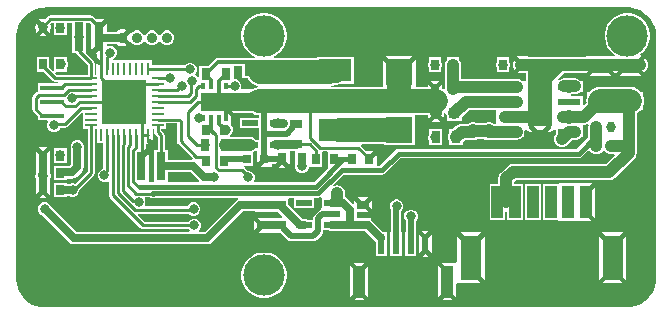
<source format=gtl>
G04*
G04 #@! TF.GenerationSoftware,Altium Limited,Altium Designer,21.4.1 (30)*
G04*
G04 Layer_Physical_Order=1*
G04 Layer_Color=255*
%FSLAX44Y44*%
%MOMM*%
G71*
G04*
G04 #@! TF.SameCoordinates,6553DB82-75CC-4EFF-9F5A-153A9019480B*
G04*
G04*
G04 #@! TF.FilePolarity,Positive*
G04*
G01*
G75*
%ADD10C,0.5000*%
%ADD16R,1.3208X0.5588*%
%ADD17R,2.0000X0.4000*%
%ADD18R,1.0800X0.2600*%
%ADD19R,0.2600X1.0800*%
%ADD20R,3.7000X3.7000*%
%ADD21R,0.7000X0.9000*%
%ADD22R,1.0000X0.8000*%
%ADD23R,1.0000X2.7000*%
%ADD24R,0.6000X1.7000*%
%ADD25R,0.8000X1.0000*%
%ADD26R,0.8000X0.8000*%
%ADD27R,0.3000X0.5250*%
%ADD28R,1.8200X1.3800*%
%ADD29R,1.0000X2.7000*%
%ADD30R,1.8000X3.8000*%
%ADD31R,0.6000X0.8500*%
%ADD32R,1.8200X1.1500*%
%ADD33R,2.1300X3.0000*%
%ADD34R,1.9700X0.6000*%
%ADD35R,2.7940X1.9050*%
%ADD36R,2.3000X2.2000*%
%ADD37R,0.8900X0.9300*%
%ADD64C,2.0000*%
%ADD65R,2.4500X1.6500*%
%ADD66C,0.7000*%
%ADD67C,1.0000*%
%ADD68C,0.4000*%
%ADD69C,0.3000*%
%ADD70C,0.2500*%
%ADD71C,0.8000*%
%ADD72C,1.5000*%
%ADD73C,3.5000*%
%ADD74C,0.9000*%
%ADD75C,0.4000*%
%ADD76C,0.7000*%
%ADD77C,0.8000*%
%ADD78C,1.2000*%
G36*
X1257669Y521415D02*
X1260829Y520569D01*
X1263851Y519317D01*
X1266684Y517681D01*
X1269279Y515690D01*
X1271592Y513377D01*
X1273584Y510782D01*
X1275219Y507948D01*
X1276471Y504926D01*
X1277318Y501766D01*
X1277745Y498523D01*
Y496948D01*
X1277742Y496877D01*
X1277727Y496811D01*
X1277726Y496693D01*
X1277689Y496581D01*
X1277670Y496420D01*
X1277684Y496236D01*
X1277653Y496054D01*
X1277655Y495958D01*
X1277655Y292231D01*
X1277654Y292211D01*
X1277646Y292114D01*
X1277654Y292041D01*
X1277637Y291969D01*
X1277554Y289528D01*
X1276495Y284855D01*
X1274567Y280472D01*
X1271840Y276534D01*
X1268415Y273188D01*
X1264416Y270553D01*
X1259989Y268727D01*
X1255295Y267777D01*
X1252901Y267756D01*
X1252828Y267741D01*
X1252755Y267751D01*
X1252692Y267746D01*
X761266Y267745D01*
X760990Y267690D01*
X760707Y267683D01*
X760594Y267658D01*
X758975D01*
X755731Y268085D01*
X752571Y268931D01*
X749549Y270183D01*
X746716Y271819D01*
X744121Y273810D01*
X741808Y276123D01*
X739816Y278718D01*
X738181Y281551D01*
X736929Y284574D01*
X736082Y287734D01*
X735655Y290977D01*
Y292556D01*
X735658Y292623D01*
X735671Y292686D01*
X735672Y292943D01*
X735723Y293196D01*
X735745Y496660D01*
X735749Y496784D01*
X735745Y496806D01*
X735750Y496829D01*
X735774Y498532D01*
X736215Y501706D01*
X737056Y504793D01*
X738284Y507747D01*
X739879Y510521D01*
X741816Y513068D01*
X744062Y515346D01*
X746580Y517320D01*
X749330Y518955D01*
X752266Y520226D01*
X755340Y521112D01*
X758503Y521598D01*
X760102Y521637D01*
X760391Y521702D01*
X760688Y521720D01*
X760819Y521755D01*
X1251857Y521755D01*
X1251957Y521752D01*
X1252131Y521782D01*
X1252308Y521768D01*
X1252471Y521786D01*
X1252589Y521824D01*
X1252714Y521825D01*
X1252795Y521842D01*
X1254426Y521842D01*
X1257669Y521415D01*
D02*
G37*
%LPC*%
G36*
X752225Y508712D02*
Y506987D01*
X751910Y505811D01*
Y504089D01*
X752225Y502913D01*
Y500289D01*
X756437Y504500D01*
X752225Y508712D01*
D02*
G37*
G36*
X864483Y502188D02*
X862017D01*
X859738Y501244D01*
X857994Y499500D01*
X857687Y498759D01*
X856313D01*
X856006Y499500D01*
X854262Y501244D01*
X851983Y502188D01*
X849517D01*
X847238Y501244D01*
X845494Y499500D01*
X845187Y498759D01*
X843813D01*
X843506Y499500D01*
X841762Y501244D01*
X839483Y502188D01*
X837017D01*
X834738Y501244D01*
X833199Y499705D01*
X832244Y499653D01*
X828578Y495988D01*
X832244Y492322D01*
X833199Y492270D01*
X834738Y490731D01*
X837017Y489787D01*
X839483D01*
X841762Y490731D01*
X843506Y492476D01*
X843813Y493216D01*
X845187D01*
X845494Y492476D01*
X847238Y490731D01*
X849517Y489787D01*
X851983D01*
X854262Y490731D01*
X856006Y492476D01*
X856313Y493216D01*
X857687D01*
X857994Y492476D01*
X859738Y490731D01*
X862017Y489787D01*
X864483D01*
X866762Y490731D01*
X868506Y492476D01*
X869450Y494754D01*
Y497221D01*
X868506Y499500D01*
X866762Y501244D01*
X864483Y502188D01*
D02*
G37*
G36*
X758265Y500672D02*
X755053Y497460D01*
X761477D01*
X758265Y500672D01*
D02*
G37*
G36*
X1255181Y516888D02*
X1251399D01*
X1247690Y516150D01*
X1244195Y514702D01*
X1241051Y512601D01*
X1238376Y509927D01*
X1236275Y506782D01*
X1234828Y503288D01*
X1234090Y499579D01*
Y495797D01*
X1234828Y492087D01*
X1236275Y488593D01*
X1238376Y485448D01*
X1241051Y482774D01*
X1243107Y481400D01*
X1243131Y481380D01*
X1242590Y480176D01*
X1241930Y480274D01*
Y480610D01*
X1218650D01*
Y479928D01*
X1180372D01*
X1179090Y480096D01*
X1177809Y479928D01*
X1169310D01*
Y480210D01*
X1160059D01*
X1164684Y475584D01*
X1162270Y473170D01*
X1164684Y470756D01*
X1160059Y466130D01*
X1167299D01*
Y459700D01*
X1166170Y459360D01*
Y459360D01*
X1164339D01*
X1164278Y459439D01*
X1162879Y460512D01*
X1161249Y461188D01*
X1159500Y461418D01*
X1112238D01*
Y473170D01*
X1112008Y474919D01*
X1111332Y476549D01*
X1110680Y477399D01*
Y479370D01*
X1108020D01*
X1107229Y479697D01*
X1105480Y479928D01*
X1103731Y479697D01*
X1102940Y479370D01*
X1100280D01*
Y477399D01*
X1099628Y476549D01*
X1098952Y474919D01*
X1098722Y473170D01*
Y452930D01*
X1097573Y452210D01*
X1097300Y452420D01*
X1096520Y452743D01*
Y456715D01*
X1091894Y452089D01*
X1090480Y453503D01*
X1089066Y452089D01*
X1084440Y456715D01*
Y454001D01*
X1074150D01*
Y477382D01*
X1062024Y465256D01*
X1060110Y467170D01*
X1058196Y465256D01*
X1046070Y477382D01*
Y453971D01*
X1002768D01*
X1002685Y455241D01*
X1003902Y455401D01*
X1005810Y456191D01*
X1006793D01*
X1009847Y456594D01*
X1011413Y457243D01*
X1021680D01*
Y479692D01*
X1007559D01*
X1006793Y479794D01*
X1002040D01*
X1001273Y479692D01*
X990340D01*
Y478601D01*
X975660D01*
Y478795D01*
X954060D01*
X954060Y478795D01*
X954060Y478795D01*
X953824Y478896D01*
X953832Y480274D01*
X954795Y480673D01*
X957939Y482774D01*
X960614Y485448D01*
X962715Y488593D01*
X964162Y492087D01*
X964900Y495797D01*
Y499579D01*
X964162Y503288D01*
X962715Y506782D01*
X960614Y509927D01*
X957939Y512601D01*
X954795Y514702D01*
X951301Y516150D01*
X947591Y516888D01*
X943809D01*
X940100Y516150D01*
X936605Y514702D01*
X933461Y512601D01*
X930786Y509927D01*
X928685Y506782D01*
X927238Y503288D01*
X926500Y499579D01*
Y495797D01*
X927238Y492087D01*
X928685Y488593D01*
X930786Y485448D01*
X933461Y482774D01*
X936605Y480673D01*
X938073Y480065D01*
X937820Y478795D01*
X927390D01*
Y478763D01*
X906400D01*
X905151Y478514D01*
X904093Y477807D01*
X898486Y472200D01*
X890700D01*
Y463351D01*
X890376Y463173D01*
X889430Y462962D01*
X888027Y464365D01*
X887774Y464470D01*
X887526Y465715D01*
X887782Y465971D01*
X888650Y468066D01*
Y470334D01*
X887782Y472429D01*
X886179Y474032D01*
X884084Y474900D01*
X881816D01*
X879721Y474032D01*
X878649Y472960D01*
X850400D01*
Y477052D01*
X818225D01*
X817973Y478322D01*
X818829Y478677D01*
X820432Y480280D01*
X821300Y482375D01*
Y484643D01*
X820432Y486738D01*
X818829Y488341D01*
X816733Y489209D01*
X814466D01*
X813895Y488973D01*
X812837Y489731D01*
X812960Y490686D01*
X821096D01*
X821427Y490354D01*
X823033Y489427D01*
X824823Y488947D01*
X826677D01*
X828467Y489427D01*
X829110Y489799D01*
X824336Y494573D01*
X825750Y495988D01*
X824336Y497402D01*
X829110Y502177D01*
X828467Y502548D01*
X826677Y503027D01*
X824823D01*
X823033Y502548D01*
X821427Y501621D01*
X821096Y501289D01*
X812605D01*
Y508712D01*
X807479Y503586D01*
X804651Y506414D01*
X809777Y511540D01*
X803779D01*
X801242Y514077D01*
X800266Y514729D01*
X799115Y514958D01*
X764715D01*
X764715Y514958D01*
X763564Y514729D01*
X762588Y514077D01*
X762588Y514077D01*
X760051Y511540D01*
X755053D01*
X759679Y506914D01*
X757265Y504500D01*
X758265Y503500D01*
X759679Y504914D01*
X764305Y500288D01*
Y502011D01*
X764544Y502426D01*
X764990Y504089D01*
Y505811D01*
X764544Y507474D01*
X764526Y507507D01*
X765961Y508942D01*
X768065D01*
Y507239D01*
X767400Y505634D01*
Y503366D01*
X768065Y501761D01*
Y498300D01*
X778465D01*
Y502557D01*
X778800Y503366D01*
Y505634D01*
X778465Y506442D01*
Y508942D01*
X783365D01*
Y498226D01*
X783348Y498184D01*
Y496800D01*
X783330D01*
Y483400D01*
X786331D01*
X786903Y482543D01*
X796242Y473204D01*
Y464810D01*
X770208D01*
X768989Y466030D01*
X769515Y467300D01*
X778465D01*
Y470004D01*
X778632Y470171D01*
X779500Y472266D01*
Y474534D01*
X778632Y476629D01*
X778465Y476796D01*
Y479700D01*
X768065D01*
Y468750D01*
X766795Y468224D01*
X763465Y471554D01*
Y479700D01*
X753065D01*
Y467300D01*
X759211D01*
X766836Y459676D01*
X766836Y459676D01*
X767812Y459024D01*
X768963Y458795D01*
X771378D01*
X772057Y457525D01*
X772042Y457503D01*
X754200D01*
Y450488D01*
X753649Y450379D01*
X752673Y449727D01*
X752673Y449727D01*
X750373Y447427D01*
X749721Y446451D01*
X749492Y445300D01*
Y435600D01*
X749721Y434449D01*
X750373Y433473D01*
X754200Y429646D01*
Y426102D01*
X761930D01*
X762611Y424832D01*
X761950Y423236D01*
Y420969D01*
X762818Y418874D01*
X764421Y417270D01*
X766516Y416403D01*
X768784D01*
X770879Y417270D01*
X772482Y418874D01*
X772904Y419892D01*
X776868D01*
X778019Y420121D01*
X778995Y420773D01*
X790880Y432658D01*
X792150Y432132D01*
Y418802D01*
X796242D01*
Y382796D01*
X785845Y372398D01*
X784634Y372900D01*
X782366D01*
X781405Y372502D01*
X778465D01*
Y373400D01*
X768065D01*
Y367712D01*
X767963Y367200D01*
X768065Y366688D01*
Y361000D01*
X778465D01*
Y361898D01*
X781405D01*
X782366Y361500D01*
X784634D01*
X786729Y362368D01*
X788332Y363971D01*
X789200Y366066D01*
Y367246D01*
X801377Y379423D01*
X802029Y380399D01*
X802258Y381550D01*
Y418802D01*
X804400D01*
Y406553D01*
X809392D01*
Y385200D01*
X809316D01*
X807221Y384332D01*
X805618Y382729D01*
X804750Y380634D01*
Y378366D01*
X805618Y376271D01*
X807221Y374668D01*
X809316Y373800D01*
X811584D01*
X813122Y374437D01*
X814392Y373722D01*
Y362900D01*
X814621Y361749D01*
X815273Y360773D01*
X840973Y335073D01*
X841949Y334421D01*
X843100Y334192D01*
X881676D01*
X881768Y333971D01*
X882767Y332972D01*
X882241Y331702D01*
X786596D01*
X765080Y353218D01*
X764682Y354179D01*
X763079Y355782D01*
X760984Y356650D01*
X758716D01*
X756621Y355782D01*
X755018Y354179D01*
X754150Y352084D01*
Y349816D01*
X755018Y347721D01*
X756621Y346118D01*
X757582Y345720D01*
X780651Y322651D01*
X782371Y321502D01*
X784400Y321098D01*
X897500D01*
X899529Y321502D01*
X901249Y322651D01*
X927596Y348998D01*
X938200D01*
Y348600D01*
X951600D01*
Y348600D01*
X952600Y348400D01*
X952600Y348400D01*
X952787Y348400D01*
X957502D01*
X961089Y344813D01*
X960603Y343640D01*
X952440D01*
Y343840D01*
X940189D01*
X945314Y338714D01*
X943900Y337300D01*
X945314Y335886D01*
X940189Y330760D01*
X951760D01*
Y330560D01*
X959784D01*
X965472Y324872D01*
X966861Y323944D01*
X968500Y323618D01*
X987400D01*
X989039Y323944D01*
X990428Y324872D01*
X994728Y329172D01*
X995656Y330561D01*
X995982Y332200D01*
Y333008D01*
X1000450D01*
X1001055Y332604D01*
X1003084Y332200D01*
X1022800D01*
Y332100D01*
X1029488D01*
X1030000Y331998D01*
X1031504D01*
X1040150Y323352D01*
Y311450D01*
X1049550D01*
Y326138D01*
X1049652Y326650D01*
X1049550Y327162D01*
Y331850D01*
X1046648D01*
X1037449Y341049D01*
X1036200Y341884D01*
Y343500D01*
X1024002D01*
Y348260D01*
X1034212D01*
X1029086Y353386D01*
X1030500Y354800D01*
X1029500Y355800D01*
X1027086Y353386D01*
X1021960Y358512D01*
Y355997D01*
X1020787Y355511D01*
X1016251Y360047D01*
X1014531Y361196D01*
X1014058Y361290D01*
Y364300D01*
X1013828Y366049D01*
X1013152Y367679D01*
X1012078Y369078D01*
X1010679Y370152D01*
X1009049Y370827D01*
X1007300Y371058D01*
X1005551Y370827D01*
X1005156Y370664D01*
X1004437Y371741D01*
X1012924Y380228D01*
X1045500D01*
X1045500Y380228D01*
X1046944Y380515D01*
X1048168Y381332D01*
X1061063Y394227D01*
X1211900D01*
X1211900Y394227D01*
X1213344Y394515D01*
X1214567Y395332D01*
X1220080Y400845D01*
X1221597Y400566D01*
X1222321Y399622D01*
X1222400Y399561D01*
Y398450D01*
X1223957D01*
X1225351Y397873D01*
X1227100Y397642D01*
X1228849Y397873D01*
X1230243Y398450D01*
X1231800D01*
Y399561D01*
X1231879Y399622D01*
X1232553Y400500D01*
X1232687Y400562D01*
X1233957Y400562D01*
X1234091Y400500D01*
X1234765Y399622D01*
X1234844Y399561D01*
Y398450D01*
X1236401D01*
X1237795Y397873D01*
X1239544Y397642D01*
X1242326D01*
X1242812Y396469D01*
X1235301Y388958D01*
X1156015D01*
X1154266Y388727D01*
X1152636Y388052D01*
X1151236Y386978D01*
X1146021Y381763D01*
X1144948Y380364D01*
X1144273Y378734D01*
X1144042Y376985D01*
Y371985D01*
X1136600D01*
Y341585D01*
X1150000D01*
Y348666D01*
X1150800Y349150D01*
X1151600Y348666D01*
Y341585D01*
X1165000D01*
Y371985D01*
X1157558D01*
Y374186D01*
X1158814Y375442D01*
X1238100D01*
X1239849Y375672D01*
X1241479Y376348D01*
X1242878Y377421D01*
X1259178Y393722D01*
X1260252Y395121D01*
X1260928Y396751D01*
X1261158Y398500D01*
Y405600D01*
Y432251D01*
X1261517Y432400D01*
X1263961Y434275D01*
X1264647Y435170D01*
X1266490D01*
Y438298D01*
X1267015Y439566D01*
X1267417Y442620D01*
X1267015Y445674D01*
X1266490Y446942D01*
Y450070D01*
X1264647D01*
X1263961Y450965D01*
X1261517Y452840D01*
X1258671Y454019D01*
X1255616Y454421D01*
X1230290D01*
X1227236Y454019D01*
X1224389Y452840D01*
X1221945Y450965D01*
X1221259Y450070D01*
X1219490D01*
Y447120D01*
X1218891Y445674D01*
X1218489Y442620D01*
X1218750Y440637D01*
X1216843Y438730D01*
X1215670Y439216D01*
Y446660D01*
X1205879D01*
X1205441Y447930D01*
X1205584Y448042D01*
X1208800D01*
X1210549Y448273D01*
X1212179Y448948D01*
X1213498Y449960D01*
X1215670D01*
Y459360D01*
X1213746D01*
X1213578Y459579D01*
X1212179Y460652D01*
X1210549Y461328D01*
X1208800Y461558D01*
X1199400D01*
X1197651Y461328D01*
X1196021Y460652D01*
X1195157Y459989D01*
X1194749Y460066D01*
X1194325Y461438D01*
X1199299Y466412D01*
X1218204D01*
X1225526Y473734D01*
X1228354Y470906D01*
X1221479Y464030D01*
X1239102D01*
X1232226Y470906D01*
X1235054Y473734D01*
X1242447Y466341D01*
X1243533D01*
X1250926Y473734D01*
X1253754Y470906D01*
X1246879Y464030D01*
X1264502D01*
X1257626Y470906D01*
X1259040Y472320D01*
X1257626Y473734D01*
X1264559Y480668D01*
X1264191Y481880D01*
X1265529Y482774D01*
X1268204Y485448D01*
X1270305Y488593D01*
X1271752Y492087D01*
X1272490Y495797D01*
Y499579D01*
X1271752Y503288D01*
X1270305Y506782D01*
X1268204Y509927D01*
X1265529Y512601D01*
X1262385Y514702D01*
X1258890Y516150D01*
X1255181Y516888D01*
D02*
G37*
G36*
X1071321Y480210D02*
X1048898D01*
X1060110Y468998D01*
X1071321Y480210D01*
D02*
G37*
G36*
X1157230Y477382D02*
Y476096D01*
X1156742Y474919D01*
X1156512Y473170D01*
X1156742Y471421D01*
X1157230Y470244D01*
Y468958D01*
X1161442Y473170D01*
X1157230Y477382D01*
D02*
G37*
G36*
X1095680Y479370D02*
X1085280D01*
Y475834D01*
X1084700Y474434D01*
Y472166D01*
X1085280Y470766D01*
Y466970D01*
X1095680D01*
Y471152D01*
X1096100Y472166D01*
Y474434D01*
X1095680Y475448D01*
Y479370D01*
D02*
G37*
G36*
X1153470Y479370D02*
X1143070D01*
Y475851D01*
X1142400Y474234D01*
Y471966D01*
X1143070Y470349D01*
Y466970D01*
X1153470D01*
Y471170D01*
X1153800Y471966D01*
Y474234D01*
X1153470Y475031D01*
Y479370D01*
D02*
G37*
G36*
X1268192Y478643D02*
X1261869Y472320D01*
X1267330Y466859D01*
Y467107D01*
X1267598Y467218D01*
X1268997Y468292D01*
X1269076Y468370D01*
X1269100Y468389D01*
X1270174Y469788D01*
X1270849Y471418D01*
X1271079Y473167D01*
X1270849Y474916D01*
X1270174Y476546D01*
X1269100Y477946D01*
X1269097Y477948D01*
X1268192Y478643D01*
D02*
G37*
G36*
X1093692Y459543D02*
X1087269D01*
X1090480Y456332D01*
X1093692Y459543D01*
D02*
G37*
G36*
X761477Y403140D02*
X755053D01*
X758265Y399928D01*
X761477Y403140D01*
D02*
G37*
G36*
X764305Y400312D02*
X759679Y395686D01*
X758265Y397100D01*
X756851Y395686D01*
X752225Y400312D01*
Y389060D01*
X752225D01*
Y388690D01*
X752225D01*
Y380987D01*
X751910Y379811D01*
Y378089D01*
X752225Y376913D01*
Y374610D01*
X752225D01*
Y374240D01*
X752225D01*
Y362989D01*
X756851Y367614D01*
X758265Y366200D01*
X759679Y367614D01*
X764305Y362989D01*
Y374240D01*
X764305D01*
Y374610D01*
X764305D01*
Y376011D01*
X764544Y376426D01*
X764990Y378089D01*
Y379811D01*
X764544Y381474D01*
X764305Y381889D01*
Y388690D01*
X764305D01*
Y389060D01*
X764305D01*
Y400312D01*
D02*
G37*
G36*
X774399Y402465D02*
X772131D01*
X771733Y402300D01*
X768065D01*
Y399106D01*
X767565Y397899D01*
Y395631D01*
X768065Y394424D01*
Y389900D01*
X778465D01*
Y394424D01*
X778965Y395631D01*
Y397899D01*
X778465Y399106D01*
Y402300D01*
X774797D01*
X774399Y402465D01*
D02*
G37*
G36*
X788634Y409200D02*
X786366D01*
X784271Y408332D01*
X782668Y406729D01*
X781800Y404634D01*
Y402366D01*
X782198Y401405D01*
Y388667D01*
X780933Y387402D01*
X778465D01*
Y387850D01*
X768065D01*
Y382612D01*
X767963Y382100D01*
Y381650D01*
X768065Y381138D01*
Y375450D01*
X778465D01*
Y376798D01*
X783129D01*
X785158Y377202D01*
X786878Y378351D01*
X791249Y382722D01*
X792398Y384442D01*
X792802Y386471D01*
Y401405D01*
X793200Y402366D01*
Y404634D01*
X792332Y406729D01*
X790729Y408332D01*
X788634Y409200D01*
D02*
G37*
G36*
X758265Y363372D02*
X755053Y360160D01*
X761477D01*
X758265Y363372D01*
D02*
G37*
G36*
X1034212Y361340D02*
X1024789D01*
X1029500Y356628D01*
X1034212Y361340D01*
D02*
G37*
G36*
X1037040Y358512D02*
X1033328Y354800D01*
X1037040Y351088D01*
Y358512D01*
D02*
G37*
G36*
X1195760Y372825D02*
X1194838Y371985D01*
X1194490Y371985D01*
X1181600D01*
Y341585D01*
X1194838Y341585D01*
X1195760Y340745D01*
X1195922Y340745D01*
X1223012D01*
X1216886Y346871D01*
X1219714Y349699D01*
X1225840Y343573D01*
Y369997D01*
X1219714Y363871D01*
X1216886Y366699D01*
X1223011Y372825D01*
X1195760Y372825D01*
D02*
G37*
G36*
X1180000Y371985D02*
X1166600D01*
Y341585D01*
X1180000D01*
Y371985D01*
D02*
G37*
G36*
X937360Y341012D02*
Y333588D01*
X941072Y337300D01*
X937360Y341012D01*
D02*
G37*
G36*
X1085061Y332690D02*
X1079638D01*
X1082350Y329978D01*
X1085061Y332690D01*
D02*
G37*
G36*
X1249511Y331325D02*
X1232088D01*
X1240800Y322613D01*
X1249511Y331325D01*
D02*
G37*
G36*
X1129511D02*
X1112088D01*
X1120800Y322613D01*
X1129511Y331325D01*
D02*
G37*
G36*
X1076810Y329861D02*
Y313438D01*
X1080936Y317564D01*
X1082350Y316150D01*
X1083764Y317564D01*
X1087890Y313438D01*
Y329861D01*
X1083764Y325736D01*
X1082350Y327150D01*
X1080936Y325736D01*
X1076810Y329861D01*
D02*
G37*
G36*
X1071234Y350600D02*
X1068966D01*
X1066871Y349732D01*
X1065268Y348129D01*
X1064400Y346034D01*
Y343766D01*
X1065268Y341671D01*
X1065568Y341371D01*
Y331850D01*
X1065150D01*
Y311450D01*
X1074550D01*
Y331850D01*
X1074132D01*
Y340871D01*
X1074932Y341671D01*
X1075800Y343766D01*
Y346034D01*
X1074932Y348129D01*
X1073329Y349732D01*
X1071234Y350600D01*
D02*
G37*
G36*
X1058934Y359100D02*
X1056666D01*
X1054571Y358232D01*
X1052968Y356629D01*
X1052100Y354534D01*
Y352266D01*
X1052968Y350171D01*
X1053068Y350071D01*
Y331850D01*
X1052650D01*
Y311450D01*
X1062050D01*
Y331850D01*
X1061632D01*
Y349171D01*
X1062632Y350171D01*
X1063500Y352266D01*
Y354534D01*
X1062632Y356629D01*
X1061029Y358232D01*
X1058934Y359100D01*
D02*
G37*
G36*
X1082350Y313321D02*
X1079638Y310610D01*
X1085061D01*
X1082350Y313321D01*
D02*
G37*
G36*
X1031061Y305690D02*
X1021638D01*
X1026350Y300978D01*
X1031061Y305690D01*
D02*
G37*
G36*
X1109260Y328497D02*
Y306600D01*
X1108390Y305690D01*
X1107990Y305690D01*
X1096138D01*
X1102264Y299564D01*
X1099436Y296736D01*
X1093310Y302862D01*
Y276439D01*
X1099436Y282564D01*
X1100850Y281150D01*
X1102264Y282564D01*
X1108390Y276439D01*
Y287335D01*
X1109260Y288245D01*
X1109660Y288245D01*
X1129512D01*
X1119386Y298371D01*
X1122214Y301199D01*
X1132340Y291073D01*
Y328497D01*
X1122214Y318371D01*
X1120800Y319785D01*
X1119386Y318371D01*
X1109260Y328497D01*
D02*
G37*
G36*
X1229260D02*
Y291073D01*
X1239386Y301199D01*
X1240800Y299785D01*
X1242214Y301199D01*
X1252340Y291073D01*
Y328497D01*
X1242214Y318371D01*
X1240800Y319785D01*
X1239386Y318371D01*
X1229260Y328497D01*
D02*
G37*
G36*
X1240800Y296957D02*
X1232088Y288245D01*
X1249512D01*
X1240800Y296957D01*
D02*
G37*
G36*
X1018810Y302862D02*
Y276438D01*
X1024936Y282564D01*
X1026350Y281150D01*
X1027764Y282564D01*
X1033890Y276439D01*
Y302861D01*
X1027764Y296736D01*
X1026350Y298150D01*
X1024936Y296736D01*
X1018810Y302862D01*
D02*
G37*
G36*
X947591Y314150D02*
X943809D01*
X940100Y313412D01*
X936605Y311965D01*
X933461Y309864D01*
X930786Y307189D01*
X928685Y304045D01*
X927238Y300550D01*
X926500Y296841D01*
Y293059D01*
X927238Y289350D01*
X928685Y285855D01*
X930786Y282711D01*
X933461Y280036D01*
X936605Y277935D01*
X940100Y276488D01*
X943809Y275750D01*
X947591D01*
X951301Y276488D01*
X954795Y277935D01*
X957939Y280036D01*
X960614Y282711D01*
X962715Y285855D01*
X964162Y289350D01*
X964900Y293059D01*
Y296841D01*
X964162Y300550D01*
X962715Y304045D01*
X960614Y307189D01*
X957939Y309864D01*
X954795Y311965D01*
X951301Y313412D01*
X947591Y314150D01*
D02*
G37*
G36*
X1100850Y278322D02*
X1096138Y273610D01*
X1105562D01*
X1100850Y278322D01*
D02*
G37*
G36*
X1026350Y278321D02*
X1021638Y273610D01*
X1031061D01*
X1026350Y278321D01*
D02*
G37*
%LPD*%
G36*
X799525Y507286D02*
Y497640D01*
X799490D01*
Y485388D01*
X804616Y490514D01*
X807444Y487686D01*
X802319Y482560D01*
X804392D01*
Y479889D01*
X808814Y475467D01*
X805986Y472638D01*
X803560Y475064D01*
Y464803D01*
X802258D01*
Y474450D01*
X802029Y475601D01*
X801377Y476577D01*
X795470Y482484D01*
X794730Y483400D01*
X794730D01*
X794730Y483400D01*
Y495874D01*
X794748Y495916D01*
Y497300D01*
X794765D01*
Y508942D01*
X797869D01*
X799525Y507286D01*
D02*
G37*
G36*
X927390Y461595D02*
X931992D01*
X932280Y460900D01*
X934156Y458456D01*
X936600Y456580D01*
X939446Y455401D01*
X940807Y455222D01*
Y453941D01*
X937981Y453569D01*
X935135Y452390D01*
X934959Y452255D01*
X927066D01*
X926148Y453359D01*
X926400Y453966D01*
Y456234D01*
X925532Y458329D01*
X923929Y459932D01*
X921834Y460800D01*
X919940D01*
Y472237D01*
X927390D01*
Y461595D01*
D02*
G37*
G36*
X1142230Y434800D02*
Y423720D01*
X1141127Y423318D01*
X1140011D01*
X1138872Y423975D01*
X1136914Y424500D01*
X1134886D01*
X1132928Y423975D01*
X1132205Y423558D01*
X1126668D01*
X1125772Y424075D01*
X1123814Y424600D01*
X1121786D01*
X1119828Y424075D01*
X1118516Y423318D01*
X1112870D01*
X1111121Y423088D01*
X1109491Y422412D01*
X1108092Y421339D01*
X1105123Y418370D01*
X1102280D01*
Y415247D01*
X1102128Y415049D01*
X1101452Y413419D01*
X1101222Y411670D01*
X1101452Y409921D01*
X1102128Y408291D01*
X1102280Y408092D01*
Y404970D01*
X1107541D01*
X1107980Y404912D01*
X1108419Y404970D01*
X1113680D01*
Y407813D01*
X1115669Y409802D01*
X1119694D01*
X1119828Y409725D01*
X1121786Y409200D01*
X1123814D01*
X1125772Y409725D01*
X1126322Y410042D01*
X1132205D01*
X1132928Y409625D01*
X1134886Y409100D01*
X1136914D01*
X1138872Y409625D01*
X1139179Y409802D01*
X1159400D01*
X1161149Y410033D01*
X1162779Y410708D01*
X1164178Y411782D01*
X1164239Y411860D01*
X1166170D01*
Y416804D01*
X1166180Y418070D01*
X1168008D01*
X1168021Y418038D01*
X1169298Y416761D01*
X1170967Y416070D01*
X1172773D01*
X1173345Y416307D01*
X1170456Y419196D01*
X1173284Y422024D01*
X1177238Y418070D01*
X1181501D01*
X1185456Y422024D01*
X1188284Y419196D01*
X1185395Y416307D01*
X1185967Y416070D01*
X1187773D01*
X1189442Y416761D01*
X1190719Y418038D01*
X1190732Y418070D01*
X1192560D01*
X1192570Y416804D01*
Y414403D01*
X1192038Y413709D01*
X1191363Y412079D01*
X1191132Y410330D01*
X1191363Y408581D01*
X1192038Y406951D01*
X1193112Y405552D01*
X1194511Y404478D01*
X1196141Y403802D01*
X1197890Y403572D01*
X1199639Y403802D01*
X1201269Y404478D01*
X1202669Y405552D01*
X1206559Y409442D01*
X1208900D01*
X1210649Y409673D01*
X1212279Y410348D01*
X1213679Y411422D01*
X1214015Y411860D01*
X1215670D01*
Y421260D01*
X1215670D01*
X1215737Y422502D01*
X1216930D01*
X1218679Y422733D01*
X1219447Y423051D01*
X1219878Y422820D01*
X1220530Y422124D01*
X1220342Y420700D01*
Y411777D01*
X1210337Y401772D01*
X1059500D01*
X1059500Y401772D01*
X1058056Y401485D01*
X1056832Y400668D01*
X1056832Y400667D01*
X1043937Y387772D01*
X1040940D01*
Y397312D01*
X1036314Y392686D01*
X1033486Y395514D01*
X1038111Y400140D01*
X1032114D01*
X1027755Y404499D01*
X1028281Y405769D01*
X1046910D01*
Y404970D01*
X1057930D01*
X1057937Y404969D01*
Y404970D01*
X1073310D01*
Y430370D01*
X1074568Y430399D01*
X1084440D01*
Y427625D01*
X1090016Y433201D01*
X1091430Y431787D01*
X1092844Y433201D01*
X1098420Y427625D01*
Y432032D01*
X1098828Y432268D01*
X1099177Y432189D01*
X1100129Y431553D01*
X1100303Y430238D01*
X1100680Y429326D01*
Y425637D01*
X1104652D01*
X1105081Y425459D01*
X1106830Y425229D01*
X1108579Y425459D01*
X1109008Y425637D01*
X1112980D01*
Y428580D01*
X1119667Y435267D01*
X1141153D01*
X1142230Y434800D01*
D02*
G37*
G36*
X920189Y432442D02*
X934494D01*
X935135Y431950D01*
X937981Y430771D01*
X941035Y430369D01*
X941424D01*
Y428192D01*
X925712D01*
Y419204D01*
X941424D01*
Y409396D01*
X938625D01*
X938178Y409978D01*
X936779Y411052D01*
X935149Y411727D01*
X933400Y411958D01*
X918079D01*
X916868Y412100D01*
Y413707D01*
X918232Y415071D01*
X919100Y417166D01*
Y419434D01*
X918232Y421529D01*
X917952Y421809D01*
X917790Y423013D01*
X917790D01*
Y429184D01*
X906586Y440388D01*
X909414Y443217D01*
X920189Y432442D01*
D02*
G37*
G36*
X852542Y416350D02*
X852771Y415199D01*
X853423Y414223D01*
X855542Y412104D01*
Y400800D01*
X852850D01*
Y388570D01*
X852850Y387400D01*
X852850D01*
Y387300D01*
X852850D01*
Y373900D01*
X851633Y373773D01*
X848090D01*
Y386560D01*
Y398811D01*
X842964Y393686D01*
X840136Y396514D01*
X845408Y401786D01*
Y405713D01*
X848411D01*
X845986Y408138D01*
X848814Y410967D01*
X851240Y408541D01*
Y418802D01*
X852542D01*
Y416350D01*
D02*
G37*
G36*
X871992Y408222D02*
X872221Y407071D01*
X872873Y406095D01*
X885143Y393825D01*
X884617Y392555D01*
X864250D01*
Y400800D01*
X861558D01*
Y413350D01*
X861558Y413350D01*
X861329Y414501D01*
X860677Y415477D01*
X858621Y417533D01*
X858711Y418802D01*
X862650D01*
Y423795D01*
X871992D01*
Y408222D01*
D02*
G37*
G36*
X939460Y399890D02*
Y389638D01*
X944586Y394764D01*
X947414Y391936D01*
X942289Y386810D01*
X952540D01*
Y389068D01*
X954260D01*
Y388388D01*
X959386Y393514D01*
X960800Y392100D01*
X962214Y393514D01*
X967340Y388388D01*
Y399988D01*
X970908D01*
X972100Y399800D01*
X972100Y398718D01*
Y388473D01*
X972002Y388237D01*
Y385969D01*
X972870Y383874D01*
X974473Y382271D01*
X976568Y381403D01*
X978836D01*
X980931Y382271D01*
X982534Y383874D01*
X983402Y385969D01*
Y386400D01*
X983500D01*
Y386731D01*
X984700Y386900D01*
X984770Y386900D01*
X995100D01*
Y399300D01*
X996042Y400092D01*
X998758D01*
X999700Y399300D01*
Y386900D01*
X999700D01*
X1000041Y386076D01*
X987737Y373773D01*
X937720D01*
X937039Y375042D01*
X937700Y376639D01*
Y378906D01*
X936832Y381001D01*
X935229Y382605D01*
X933134Y383473D01*
X931467D01*
X929112Y385827D01*
X929041Y387402D01*
X929241Y387650D01*
X936700D01*
Y399050D01*
X937575Y399958D01*
X938161Y400408D01*
X938405D01*
X939460Y399890D01*
D02*
G37*
G36*
X890573Y375042D02*
X890047Y373773D01*
X865467D01*
X864250Y373900D01*
Y381951D01*
X883665D01*
X890573Y375042D01*
D02*
G37*
G36*
X994780Y360407D02*
Y352234D01*
X993940D01*
Y350656D01*
X993467Y350562D01*
X992078Y349634D01*
X988672Y346228D01*
X987744Y344839D01*
X987418Y343200D01*
Y341996D01*
X982350D01*
X981745Y342400D01*
X979716Y342804D01*
X978094D01*
X966000Y354898D01*
Y359800D01*
X966969Y360527D01*
X971412D01*
Y351804D01*
X988020D01*
Y360527D01*
X991661D01*
X991661Y360527D01*
X993105Y360815D01*
X993678Y361198D01*
X994780Y360407D01*
D02*
G37*
G36*
X850056Y360615D02*
X851500Y360327D01*
X852506Y360527D01*
X923544D01*
X923669Y359258D01*
X923371Y359198D01*
X921651Y358049D01*
X895304Y331702D01*
X890959D01*
X890433Y332972D01*
X891432Y333971D01*
X892300Y336066D01*
Y338334D01*
X891432Y340429D01*
X889829Y342032D01*
X887734Y342900D01*
X885466D01*
X883371Y342032D01*
X881768Y340429D01*
X881676Y340208D01*
X844346D01*
X838535Y346019D01*
X839021Y347192D01*
X881747D01*
X882821Y346118D01*
X884916Y345250D01*
X887184D01*
X889279Y346118D01*
X890882Y347721D01*
X891750Y349816D01*
Y352084D01*
X890882Y354179D01*
X889279Y355782D01*
X887184Y356650D01*
X884916D01*
X882821Y355782D01*
X881218Y354179D01*
X880816Y353208D01*
X845278D01*
X844563Y354478D01*
X845200Y356016D01*
Y358284D01*
X844563Y359822D01*
X845278Y361092D01*
X849342D01*
X850056Y360615D01*
D02*
G37*
%LPC*%
G36*
X1091430Y428958D02*
X1087268Y424797D01*
X1095592D01*
X1091430Y428958D01*
D02*
G37*
G36*
X1096680Y418370D02*
X1085280D01*
Y413993D01*
X1084800Y412834D01*
Y410566D01*
X1085280Y409408D01*
Y404970D01*
X1096680D01*
Y418370D01*
D02*
G37*
G36*
X960800Y389272D02*
X957088Y385560D01*
X964512D01*
X960800Y389272D01*
D02*
G37*
%LPD*%
D10*
X959100Y337300D02*
X960100D01*
X961800Y335600D01*
Y334600D02*
Y335600D01*
Y334600D02*
X968500Y327900D01*
X987400D01*
X991700Y332200D01*
Y343200D01*
X995106Y346606D01*
X1002790D01*
X1003084Y346900D01*
X1057350Y352950D02*
X1057800Y353400D01*
X1057350Y321650D02*
Y352950D01*
X1069850Y344650D02*
X1070100Y344900D01*
X1069850Y321650D02*
Y344650D01*
X1173400Y363100D02*
X1173500Y363200D01*
X911667Y418300D02*
X913400D01*
X945706Y414594D02*
Y435299D01*
X944790Y436215D02*
Y438415D01*
X941035Y442170D02*
X944790Y438415D01*
Y436215D02*
X945706Y435299D01*
X938190Y442815D02*
X940390D01*
X941035Y442170D01*
X945706Y393350D02*
Y414594D01*
X957090D01*
X957384Y414300D01*
X911667Y391800D02*
Y392300D01*
X912667Y393300D02*
X929500D01*
X911667Y392300D02*
X912667Y393300D01*
X929550Y393350D02*
X931000D01*
X929500Y393300D02*
X929550Y393350D01*
X946000D02*
X960550D01*
X960800Y393100D01*
X970400Y420300D02*
Y421300D01*
X964694Y414594D02*
X970400Y420300D01*
X957678Y414594D02*
X964694D01*
X957384Y414300D02*
X957678Y414594D01*
X970400Y421300D02*
X971900Y422800D01*
X972900D01*
D16*
X1003084Y337502D02*
D03*
Y346900D02*
D03*
Y356298D02*
D03*
X979716D02*
D03*
Y337502D02*
D03*
X934016Y404902D02*
D03*
Y423698D02*
D03*
X957384D02*
D03*
Y414300D02*
D03*
Y404902D02*
D03*
D17*
X765900Y429803D02*
D03*
Y441802D02*
D03*
Y453802D02*
D03*
D18*
X799250Y461802D02*
D03*
Y456802D02*
D03*
Y451802D02*
D03*
Y446802D02*
D03*
Y441802D02*
D03*
Y436802D02*
D03*
Y431802D02*
D03*
Y426802D02*
D03*
Y421802D02*
D03*
X855550D02*
D03*
Y426802D02*
D03*
Y431802D02*
D03*
Y436802D02*
D03*
Y441802D02*
D03*
Y446802D02*
D03*
Y451802D02*
D03*
Y456802D02*
D03*
Y461802D02*
D03*
D19*
X812400Y413652D02*
D03*
X817400D02*
D03*
X822400D02*
D03*
X827400D02*
D03*
X832400D02*
D03*
X837400D02*
D03*
X842400D02*
D03*
X847400D02*
D03*
Y469953D02*
D03*
X842400D02*
D03*
X837400D02*
D03*
X832400D02*
D03*
X827400D02*
D03*
X822400D02*
D03*
X817400D02*
D03*
X812400D02*
D03*
X807400Y413652D02*
D03*
Y469953D02*
D03*
D20*
X827400Y441802D02*
D03*
D21*
X758265Y367200D02*
D03*
X773265D02*
D03*
X758265Y381650D02*
D03*
X773265D02*
D03*
X758265Y396100D02*
D03*
X773265D02*
D03*
Y473500D02*
D03*
X758265D02*
D03*
X773265Y504500D02*
D03*
X758265D02*
D03*
X1019900Y393100D02*
D03*
X1034900D02*
D03*
X989900D02*
D03*
X1004900D02*
D03*
X911667Y391800D02*
D03*
X896667D02*
D03*
X911667Y418300D02*
D03*
X896667D02*
D03*
X1090480Y452503D02*
D03*
X1105480D02*
D03*
Y473170D02*
D03*
X1090480D02*
D03*
X1163270Y473170D02*
D03*
X1148270D02*
D03*
D22*
X1029500Y337800D02*
D03*
Y354800D02*
D03*
X959300Y354100D02*
D03*
Y337100D02*
D03*
X944900Y354300D02*
D03*
Y337300D02*
D03*
X972900Y422800D02*
D03*
Y405800D02*
D03*
D23*
X1100850Y289650D02*
D03*
X1026350D02*
D03*
D24*
X1082350Y321650D02*
D03*
X1069850D02*
D03*
X1044850D02*
D03*
X1057350D02*
D03*
D25*
X806030Y490100D02*
D03*
X789030D02*
D03*
X806065Y504000D02*
D03*
X789065D02*
D03*
X960800Y393100D02*
D03*
X977800D02*
D03*
X841550Y380600D02*
D03*
X858550D02*
D03*
X841550Y394100D02*
D03*
X858550D02*
D03*
X913400Y465500D02*
D03*
X896400D02*
D03*
X895667Y405200D02*
D03*
X912667D02*
D03*
X1107980Y411670D02*
D03*
X1090980D02*
D03*
D26*
X946000Y393350D02*
D03*
X931000D02*
D03*
D27*
X907250Y428177D02*
D03*
X900750D02*
D03*
X913750D02*
D03*
X894250D02*
D03*
X913750Y455428D02*
D03*
X907250D02*
D03*
X900750D02*
D03*
X894250D02*
D03*
D28*
X938190Y470195D02*
D03*
Y442815D02*
D03*
X964860Y470195D02*
D03*
Y442815D02*
D03*
D29*
X1143300Y356785D02*
D03*
X1158300D02*
D03*
X1173300D02*
D03*
X1188300D02*
D03*
X1203300D02*
D03*
X1218300D02*
D03*
D30*
X1120800Y309785D02*
D03*
X1240800D02*
D03*
D31*
X1239544Y404400D02*
D03*
X1227100D02*
D03*
Y420700D02*
D03*
X1239544D02*
D03*
D32*
X1230290Y472320D02*
D03*
Y442620D02*
D03*
X1255690Y472320D02*
D03*
Y442620D02*
D03*
D33*
X1179370Y435610D02*
D03*
D34*
X1154620Y416560D02*
D03*
Y429260D02*
D03*
Y441960D02*
D03*
Y454660D02*
D03*
X1204120D02*
D03*
Y441960D02*
D03*
Y429260D02*
D03*
Y416560D02*
D03*
D35*
X1006010Y417668D02*
D03*
Y468467D02*
D03*
D36*
X1060110Y466670D02*
D03*
Y417670D02*
D03*
D37*
X1091430Y431987D02*
D03*
X1106830D02*
D03*
D64*
X1057937Y416770D02*
G03*
X1060110Y417670I0J3073D01*
G01*
X1002040Y467993D02*
X1006793D01*
X942500Y466800D02*
X1000847D01*
X1230290Y442620D02*
X1243100D01*
X1255616D01*
X1000847Y466800D02*
X1002040Y467993D01*
X941035Y442170D02*
X984700D01*
X1060110Y442200D02*
Y465670D01*
X1077900Y442200D02*
X1091400D01*
X1179100Y440200D02*
Y468286D01*
X1064200Y442200D02*
X1077900D01*
X1091400D02*
X1091430Y442170D01*
X984700D02*
X1058840D01*
X1009310Y417570D02*
X1057937D01*
X1179090Y468296D02*
X1179100Y468286D01*
X1058840Y465670D02*
X1059840Y466670D01*
X1060110D01*
D65*
X904000Y441802D02*
D03*
D66*
X944900Y337300D02*
X959100D01*
X1003084Y356298D02*
X1012502D01*
X903509Y377964D02*
X903700Y377772D01*
X895150Y377964D02*
X903509D01*
X1018700Y337502D02*
X1029798D01*
X1003084D02*
X1018700D01*
X1012502Y356298D02*
X1018700Y350100D01*
Y337502D02*
Y350100D01*
X1030000Y337300D02*
X1033700D01*
X1044350Y326650D01*
X1029798Y337502D02*
X1030000Y337300D01*
X1029500Y337800D02*
X1030500D01*
X758265Y367200D02*
Y379135D01*
X783129Y382100D02*
X787500Y386471D01*
Y403500D01*
X773265Y382100D02*
X783129D01*
X773265Y381650D02*
Y382100D01*
X897500Y326400D02*
X925400Y354300D01*
X944900D01*
X784400Y326400D02*
X897500D01*
X759850Y350950D02*
X784400Y326400D01*
X960300Y354100D02*
X960800Y353600D01*
Y352600D02*
Y353600D01*
X975898Y337502D02*
X979716D01*
X959300Y354100D02*
X960300D01*
X960800Y352600D02*
X975898Y337502D01*
X959100Y354300D02*
X959300Y354100D01*
X944900Y354300D02*
X959100D01*
X885861Y387253D02*
X895150Y377964D01*
X841550Y380600D02*
Y394100D01*
X858550Y387350D02*
Y394100D01*
Y380600D02*
Y387350D01*
X758400Y505000D02*
X758450Y504950D01*
X758265Y379135D02*
Y381650D01*
Y379135D02*
X758450Y378950D01*
X757900Y379500D02*
X758265Y379135D01*
X773265Y367200D02*
X783500D01*
X773265Y396100D02*
Y396765D01*
X758265Y381650D02*
Y396100D01*
X858647Y387253D02*
X885861D01*
X858550Y387350D02*
X858647Y387253D01*
X806048Y490118D02*
Y503983D01*
X806030Y490100D02*
X806048Y490118D01*
Y503983D02*
X806065Y504000D01*
X809535Y495988D02*
X825750D01*
D67*
X1007300Y358008D02*
Y364300D01*
X1227100Y413200D02*
Y420700D01*
Y404400D02*
Y413200D01*
X1238100Y382200D02*
X1254400Y398500D01*
X1150800Y356785D02*
Y376985D01*
X1156015Y382200D01*
X1238100D01*
X1254400Y405600D02*
Y441870D01*
Y398500D02*
Y405600D01*
X1253200Y404400D02*
X1254400Y405600D01*
X1239544Y404400D02*
X1253200D01*
X1254871Y442341D02*
X1255895D01*
X1254400Y441870D02*
X1254871Y442341D01*
X1264319Y473170D02*
X1264322Y473167D01*
X1256440Y473070D02*
X1264219D01*
X1238848Y473099D02*
X1251561D01*
X1238819Y473070D02*
X1238848Y473099D01*
X1264219Y473070D02*
X1264319Y473170D01*
X1230290Y473070D02*
X1238819D01*
X1255690Y472320D02*
X1256440Y473070D01*
X1197890Y410330D02*
X1203760Y416200D01*
X1208900D01*
X1203980Y454800D02*
X1204120Y454660D01*
X1199400Y454800D02*
X1203980D01*
X1196500Y473170D02*
X1230290D01*
X1154620Y429260D02*
X1173720D01*
X1091430Y431987D02*
Y442170D01*
X912667Y405200D02*
X933400D01*
X1135900Y416560D02*
X1154620D01*
X1112870D02*
X1122800D01*
X1122900Y416800D02*
X1135900D01*
X1122800Y416900D02*
X1122900Y416800D01*
X1154620Y416560D02*
X1159400D01*
X1150000Y429260D02*
X1154620D01*
Y454660D02*
X1159500D01*
X1107637D02*
X1154620D01*
X1116868Y442024D02*
X1159400D01*
X1203980Y454800D02*
X1208800D01*
X1185503Y462173D02*
X1196500Y473170D01*
X1163270D02*
X1196500D01*
X1198683Y429245D02*
X1204103D01*
X1216930Y429260D02*
X1230290Y442620D01*
X1204120Y429260D02*
X1216930D01*
X1255895Y442341D02*
X1257529D01*
X1258000Y441870D01*
X1180961Y462173D02*
X1185503D01*
X1107980Y411670D02*
X1112870Y416560D01*
X1106830Y431987D02*
X1116868Y442024D01*
X1105480Y452503D02*
X1107637Y454660D01*
X1105480Y452503D02*
Y473170D01*
D68*
X989300Y370000D02*
X1012400Y393100D01*
X1227100Y413200D02*
X1227200Y413300D01*
X991661Y364300D02*
X1011361Y384000D01*
X840262Y370000D02*
X989300D01*
X851700Y364300D02*
X991661D01*
X1011361Y384000D02*
X1045500D01*
X1059500Y398000D01*
X851500Y364100D02*
X851700Y364300D01*
X1059500Y398000D02*
X1211900D01*
X1227100Y413200D01*
X1004900Y393100D02*
X1012400D01*
X1019900D01*
D69*
X900750Y417294D02*
Y428177D01*
X896667Y418300D02*
X897674Y417294D01*
X900750D01*
X902191Y415852D02*
X902614Y415429D01*
X900750Y417294D02*
X902191Y415852D01*
X911667Y418300D02*
Y419300D01*
X932885Y475500D02*
X938190Y470195D01*
X899900Y469000D02*
X906400Y475500D01*
X932885D01*
X909007Y421300D02*
X909668D01*
X907250Y423057D02*
X909007Y421300D01*
X909668D02*
X911667Y419300D01*
X908750Y441721D02*
X913750Y436721D01*
X896400Y465500D02*
Y466500D01*
X898900Y469000D01*
X899900D01*
X913750Y428177D02*
Y436721D01*
X907250Y423057D02*
Y428177D01*
X900750Y455428D02*
Y460243D01*
X898993Y462000D02*
X900750Y460243D01*
X898900Y462000D02*
X898993D01*
X896400Y464500D02*
X898900Y462000D01*
X896400Y464500D02*
Y465500D01*
X907250Y459350D02*
X909900Y462000D01*
X913400Y464500D02*
Y465500D01*
X910900Y462000D02*
X913400Y464500D01*
X909900Y462000D02*
X910900D01*
X907250Y455428D02*
Y459350D01*
Y443221D02*
X908750Y441721D01*
X907250Y443221D02*
Y455428D01*
D70*
X902191Y415852D02*
X902553D01*
X904717Y413687D01*
X885300Y350200D02*
X886050Y350950D01*
X836360Y350200D02*
X885300D01*
X834600Y374300D02*
X839538Y369362D01*
X837000Y364100D02*
X851500D01*
X830115Y370985D02*
X837000Y364100D01*
X830115Y370985D02*
Y403154D01*
X834600Y374300D02*
Y400322D01*
X834298Y358202D02*
X838448D01*
X821650Y364910D02*
Y408802D01*
X838448Y358202D02*
X839500Y357150D01*
X825915Y366585D02*
X834298Y358202D01*
X843100Y337200D02*
X886600D01*
X817400Y362900D02*
X843100Y337200D01*
X817400Y362900D02*
Y413652D01*
X821650Y364910D02*
X836360Y350200D01*
X932000Y377772D02*
Y378685D01*
X926985Y383700D02*
X932000Y378685D01*
X905007Y386021D02*
Y401617D01*
Y386021D02*
X907329Y383700D01*
X926985D01*
X812400Y382938D02*
Y413652D01*
X810450Y379500D02*
Y380988D01*
X812400Y382938D01*
X825915Y366585D02*
Y404894D01*
X821650Y408802D02*
X822400Y409552D01*
Y413652D01*
X837400Y403122D02*
Y413652D01*
X834600Y400322D02*
X837400Y403122D01*
X825915Y404894D02*
X827400Y406379D01*
Y413652D01*
X758265Y505000D02*
Y505500D01*
X767650Y422103D02*
X768447Y422900D01*
X776868D01*
X790721Y436753D01*
X783500Y367200D02*
X784900D01*
X799250Y381550D02*
Y421802D01*
X784900Y367200D02*
X799250Y381550D01*
X830115Y403154D02*
X832400Y405440D01*
Y413652D01*
X904717Y401907D02*
Y413687D01*
Y401907D02*
X905007Y401617D01*
X888172Y395050D02*
X894417D01*
X896667Y392800D01*
X875000Y408222D02*
Y425338D01*
X896667Y391800D02*
Y392800D01*
X875000Y408222D02*
X888172Y395050D01*
X883609Y454448D02*
X883745Y454585D01*
Y458481D02*
X884798Y459533D01*
X883609Y449480D02*
Y454448D01*
X871786Y451802D02*
X875431Y455448D01*
X876000D01*
X883745Y454585D02*
Y458481D01*
X855550Y451802D02*
X871786D01*
X855600Y461852D02*
X865464D01*
X865612Y462000D01*
X887809Y446309D02*
Y452709D01*
X855550Y441802D02*
X883303D01*
X887809Y446309D01*
X881200Y433000D02*
X889464Y441264D01*
X903462D01*
X881200Y412813D02*
Y433000D01*
X903462Y441264D02*
X904000Y441802D01*
X881200Y412813D02*
X888814Y405200D01*
X895667D01*
X873536Y426802D02*
X875000Y425338D01*
X855550Y426802D02*
X873536D01*
X913750Y455428D02*
X913914Y455264D01*
X920536D02*
X920700Y455100D01*
X913914Y455264D02*
X920536D01*
X827400Y441802D02*
X827400D01*
X799250D02*
X827400D01*
X984271Y405800D02*
X989900Y400171D01*
Y393100D02*
Y400171D01*
X992911Y403100D02*
X1024900D01*
X972900Y405800D02*
X984271D01*
X984700Y411311D02*
Y442170D01*
Y411311D02*
X992911Y403100D01*
X1024900D02*
X1031650Y396350D01*
X1034900Y393100D02*
Y394100D01*
X1032650Y396350D02*
X1034900Y394100D01*
X1031650Y396350D02*
X1032650D01*
X785931Y437902D02*
X789831Y441802D01*
X777800Y437902D02*
X785931D01*
X790721Y436753D02*
X799200D01*
X786491Y446802D02*
X799250D01*
X784541Y444852D02*
X786491Y446802D01*
X789831Y441802D02*
X799250D01*
X783053Y444852D02*
X784541D01*
X773900Y441802D02*
X777800Y437902D01*
X799200Y436753D02*
X799250Y436802D01*
X780174Y451802D02*
X799250D01*
X775971Y447600D02*
X780174Y451802D01*
X754800Y447600D02*
X775971D01*
X815600Y482356D02*
Y483509D01*
X812400Y479157D02*
X815600Y482356D01*
X765900Y441802D02*
X773900D01*
X880931Y446802D02*
X883609Y449480D01*
X855550Y446802D02*
X880931D01*
X855550Y461802D02*
X855600Y461852D01*
X882197Y469953D02*
X882950Y469200D01*
X847400Y469953D02*
X882197D01*
X803315Y507750D02*
X803315D01*
X764715Y511950D02*
X799115D01*
X803315Y507750D01*
X758265Y505500D02*
X764715Y511950D01*
X803315Y507750D02*
X806065Y505000D01*
Y504000D02*
Y505000D01*
X812400Y469953D02*
Y479157D01*
X807400Y469953D02*
Y488470D01*
Y469953D02*
X807450Y469902D01*
X789030Y484670D02*
Y490100D01*
Y484670D02*
X799250Y474450D01*
X807450Y464474D02*
Y469902D01*
X811585Y457617D02*
X827400Y441802D01*
X807600Y461603D02*
Y464324D01*
Y461603D02*
X810150Y459053D01*
X811585Y457617D02*
Y457617D01*
X807450Y464474D02*
X807600Y464324D01*
X810150Y459053D02*
X810150D01*
X811585Y457617D01*
X799250Y461802D02*
Y474450D01*
X773100Y504500D02*
X773265D01*
X887809Y452709D02*
X890464Y455364D01*
X894187D02*
X894250Y455428D01*
X890464Y455364D02*
X894187D01*
X758265Y472500D02*
X768963Y461802D01*
X799250D01*
X758265Y472500D02*
Y473500D01*
X752500Y445300D02*
X754800Y447600D01*
X752500Y435600D02*
Y445300D01*
X855550Y416350D02*
X858550Y413350D01*
Y394100D02*
Y413350D01*
X855550Y416350D02*
Y421802D01*
X842400Y394950D02*
Y413652D01*
X841550Y394100D02*
X842400Y394950D01*
X827400Y441802D02*
X842400Y426802D01*
Y413652D02*
Y426802D01*
Y413652D02*
X847400D01*
X827400Y441802D02*
X842400Y456802D01*
X855550D01*
X774650Y454650D02*
X776803Y456802D01*
X773900Y453802D02*
X774650Y454552D01*
Y454650D01*
X776803Y456802D02*
X799250D01*
X765900Y453802D02*
X773900D01*
X752500Y435600D02*
X757150Y430950D01*
X757900Y429803D02*
X765900D01*
X757150Y430552D02*
X757900Y429803D01*
X757150Y430552D02*
Y430950D01*
D71*
X954300Y423800D02*
X961397D01*
X955300Y405800D02*
X972900D01*
X961331Y423733D02*
X961397Y423800D01*
X957384Y423698D02*
X961295D01*
D72*
X936096Y441721D02*
X936590Y442215D01*
X937590D01*
X938190Y442815D01*
X908750Y441721D02*
X936096D01*
D73*
X945700Y497687D02*
D03*
X1253290D02*
D03*
X945700Y294950D02*
D03*
D74*
X825750Y495988D02*
D03*
X838250D02*
D03*
X850750D02*
D03*
X863250D02*
D03*
D75*
X1186870Y450610D02*
D03*
X1171870D02*
D03*
Y420610D02*
D03*
X1186870D02*
D03*
Y435610D02*
D03*
X1171870D02*
D03*
D76*
X1267000Y406000D02*
D03*
Y378000D02*
D03*
X1260000Y364000D02*
D03*
X1267000Y350000D02*
D03*
X1260000Y336000D02*
D03*
X1267000Y322000D02*
D03*
X1260000Y308000D02*
D03*
X1267000Y294000D02*
D03*
X1260000Y280000D02*
D03*
X1253000Y378000D02*
D03*
X1246000Y364000D02*
D03*
X1253000Y350000D02*
D03*
X1246000Y336000D02*
D03*
Y280000D02*
D03*
X1232000Y364000D02*
D03*
X1239000Y350000D02*
D03*
X1232000Y336000D02*
D03*
Y280000D02*
D03*
X1218000Y504000D02*
D03*
X1225000Y490000D02*
D03*
X1218000Y336000D02*
D03*
X1225000Y322000D02*
D03*
X1218000Y308000D02*
D03*
X1225000Y294000D02*
D03*
X1218000Y280000D02*
D03*
X1204000Y504000D02*
D03*
X1211000Y490000D02*
D03*
X1204000Y336000D02*
D03*
X1211000Y322000D02*
D03*
X1204000Y308000D02*
D03*
X1211000Y294000D02*
D03*
X1204000Y280000D02*
D03*
X1190000Y504000D02*
D03*
X1197000Y490000D02*
D03*
X1190000Y336000D02*
D03*
X1197000Y322000D02*
D03*
X1190000Y308000D02*
D03*
X1197000Y294000D02*
D03*
X1190000Y280000D02*
D03*
X1176000Y504000D02*
D03*
X1183000Y490000D02*
D03*
X1176000Y336000D02*
D03*
X1183000Y322000D02*
D03*
X1176000Y308000D02*
D03*
X1183000Y294000D02*
D03*
X1176000Y280000D02*
D03*
X1162000Y504000D02*
D03*
X1169000Y490000D02*
D03*
X1162000Y336000D02*
D03*
X1169000Y322000D02*
D03*
X1162000Y308000D02*
D03*
X1169000Y294000D02*
D03*
X1162000Y280000D02*
D03*
X1148000Y504000D02*
D03*
X1155000Y490000D02*
D03*
X1148000Y336000D02*
D03*
X1155000Y322000D02*
D03*
X1148000Y308000D02*
D03*
X1155000Y294000D02*
D03*
X1148000Y280000D02*
D03*
X1134000Y504000D02*
D03*
X1141000Y490000D02*
D03*
X1134000Y476000D02*
D03*
Y336000D02*
D03*
X1141000Y322000D02*
D03*
Y294000D02*
D03*
X1134000Y280000D02*
D03*
X1120000Y504000D02*
D03*
X1127000Y490000D02*
D03*
X1120000Y476000D02*
D03*
X1127000Y378000D02*
D03*
X1120000Y364000D02*
D03*
Y336000D02*
D03*
Y280000D02*
D03*
X1106000Y504000D02*
D03*
X1113000Y490000D02*
D03*
Y378000D02*
D03*
X1106000Y364000D02*
D03*
Y336000D02*
D03*
X1092000Y504000D02*
D03*
X1099000Y490000D02*
D03*
Y378000D02*
D03*
X1092000Y364000D02*
D03*
Y336000D02*
D03*
X1099000Y322000D02*
D03*
X1092000Y308000D02*
D03*
X1078000Y504000D02*
D03*
X1085000Y490000D02*
D03*
Y378000D02*
D03*
X1078000Y364000D02*
D03*
Y336000D02*
D03*
X1085000Y294000D02*
D03*
X1078000Y280000D02*
D03*
X1064000Y504000D02*
D03*
X1071000Y490000D02*
D03*
Y378000D02*
D03*
X1064000Y364000D02*
D03*
Y308000D02*
D03*
X1071000Y294000D02*
D03*
X1064000Y280000D02*
D03*
X1050000Y504000D02*
D03*
X1057000Y490000D02*
D03*
Y378000D02*
D03*
X1050000Y364000D02*
D03*
X1057000Y294000D02*
D03*
X1050000Y280000D02*
D03*
X1036000Y504000D02*
D03*
X1043000Y490000D02*
D03*
X1036000Y308000D02*
D03*
X1043000Y294000D02*
D03*
X1022000Y504000D02*
D03*
X1029000Y490000D02*
D03*
Y462000D02*
D03*
X1022000Y364000D02*
D03*
X1029000Y322000D02*
D03*
X1008000Y504000D02*
D03*
X1015000Y490000D02*
D03*
Y322000D02*
D03*
X1008000Y308000D02*
D03*
X1015000Y294000D02*
D03*
X1008000Y280000D02*
D03*
X994000Y504000D02*
D03*
X1001000Y490000D02*
D03*
Y322000D02*
D03*
X994000Y308000D02*
D03*
X1001000Y294000D02*
D03*
X994000Y280000D02*
D03*
X980000Y504000D02*
D03*
X987000Y490000D02*
D03*
X980000Y308000D02*
D03*
X987000Y294000D02*
D03*
X980000Y280000D02*
D03*
X973000Y490000D02*
D03*
Y378000D02*
D03*
X966000Y308000D02*
D03*
X973000Y294000D02*
D03*
X966000Y280000D02*
D03*
X959000Y378000D02*
D03*
Y322000D02*
D03*
X945000Y378000D02*
D03*
Y322000D02*
D03*
X924000Y336000D02*
D03*
X931000Y322000D02*
D03*
X924000Y308000D02*
D03*
Y280000D02*
D03*
X910000Y504000D02*
D03*
X917000Y490000D02*
D03*
Y322000D02*
D03*
X910000Y308000D02*
D03*
X917000Y294000D02*
D03*
X910000Y280000D02*
D03*
X896000Y504000D02*
D03*
X903000Y490000D02*
D03*
X896000Y476000D02*
D03*
X854000Y280000D02*
D03*
X840000Y308000D02*
D03*
X847000Y294000D02*
D03*
X840000Y280000D02*
D03*
X826000Y336000D02*
D03*
Y308000D02*
D03*
X833000Y294000D02*
D03*
X826000Y280000D02*
D03*
X812000Y336000D02*
D03*
Y308000D02*
D03*
X819000Y294000D02*
D03*
X812000Y280000D02*
D03*
X798000Y364000D02*
D03*
X805000Y350000D02*
D03*
X798000Y336000D02*
D03*
Y308000D02*
D03*
X805000Y294000D02*
D03*
X798000Y280000D02*
D03*
X784000Y476000D02*
D03*
Y420000D02*
D03*
X777000Y490000D02*
D03*
X763000D02*
D03*
X756000Y420000D02*
D03*
X742000Y504000D02*
D03*
X749000Y490000D02*
D03*
X742000Y476000D02*
D03*
X749000Y462000D02*
D03*
X742000Y448000D02*
D03*
Y420000D02*
D03*
X749000Y406000D02*
D03*
X742000Y392000D02*
D03*
Y364000D02*
D03*
Y336000D02*
D03*
Y308000D02*
D03*
D77*
X1007300Y364300D02*
D03*
X977702Y387103D02*
D03*
X1057800Y353400D02*
D03*
X1070100Y344900D02*
D03*
X1173400Y363100D02*
D03*
X1187600Y355000D02*
D03*
X839500Y357150D02*
D03*
X903700Y377772D02*
D03*
X932000D02*
D03*
X787500Y403500D02*
D03*
X886600Y337200D02*
D03*
X759850Y350950D02*
D03*
X810450Y379500D02*
D03*
X886050Y350950D02*
D03*
X758450Y504950D02*
D03*
X767650Y422103D02*
D03*
X758450Y378950D02*
D03*
X783500Y367200D02*
D03*
X773265Y396765D02*
D03*
X1197890Y410330D02*
D03*
X876000Y455448D02*
D03*
X884798Y459533D02*
D03*
X890430Y428007D02*
D03*
X895667Y405200D02*
D03*
X865612Y462000D02*
D03*
X1148100Y473100D02*
D03*
X1204120Y454660D02*
D03*
X1007300Y468500D02*
D03*
X913400Y418300D02*
D03*
X920700Y455100D02*
D03*
X912667Y405200D02*
D03*
X773800Y473400D02*
D03*
X783053Y444852D02*
D03*
X815600Y483509D02*
D03*
X789048Y497050D02*
D03*
X882950Y469200D02*
D03*
X773100Y504500D02*
D03*
X957384Y404902D02*
D03*
Y423698D02*
D03*
X1239600Y420800D02*
D03*
X1204120Y416560D02*
D03*
X1090500Y411700D02*
D03*
X1090400Y473300D02*
D03*
D78*
X827400Y441802D02*
D03*
X1179100Y440200D02*
D03*
X1064200Y442200D02*
D03*
X1077900D02*
D03*
X1091430Y442170D02*
D03*
X1060110Y417670D02*
D03*
X1122800Y416900D02*
D03*
X1135900Y416800D02*
D03*
X1204120Y429260D02*
D03*
X1243100Y442700D02*
D03*
X1230290Y442620D02*
D03*
X1255895Y442341D02*
D03*
M02*

</source>
